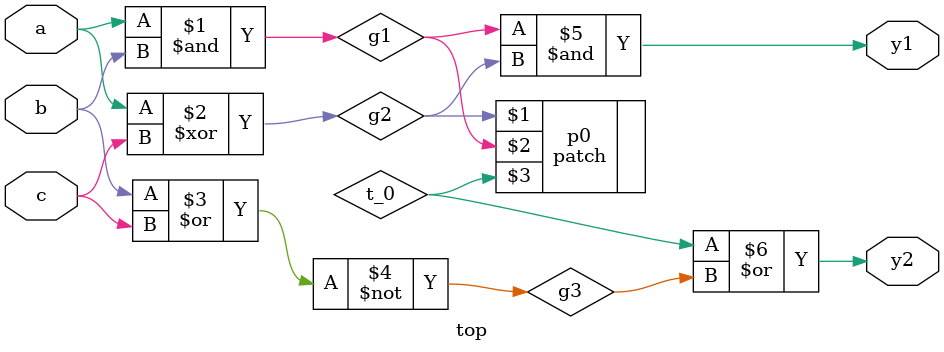
<source format=v>
module top ( y1 , y2 , a , b , c );
input a , b , c ;
output y1 , y2 ;
wire g1 , g2 , g3 ;
wire t_0 ;

and ( g1 , a , b );
xor ( g2 , a , c );
nor ( g3 , b , c );
and ( y1 , g1 , g2 );
or ( y2 , t_0 , g3 );

patch p0 (g2, g1, t_0);
endmodule

</source>
